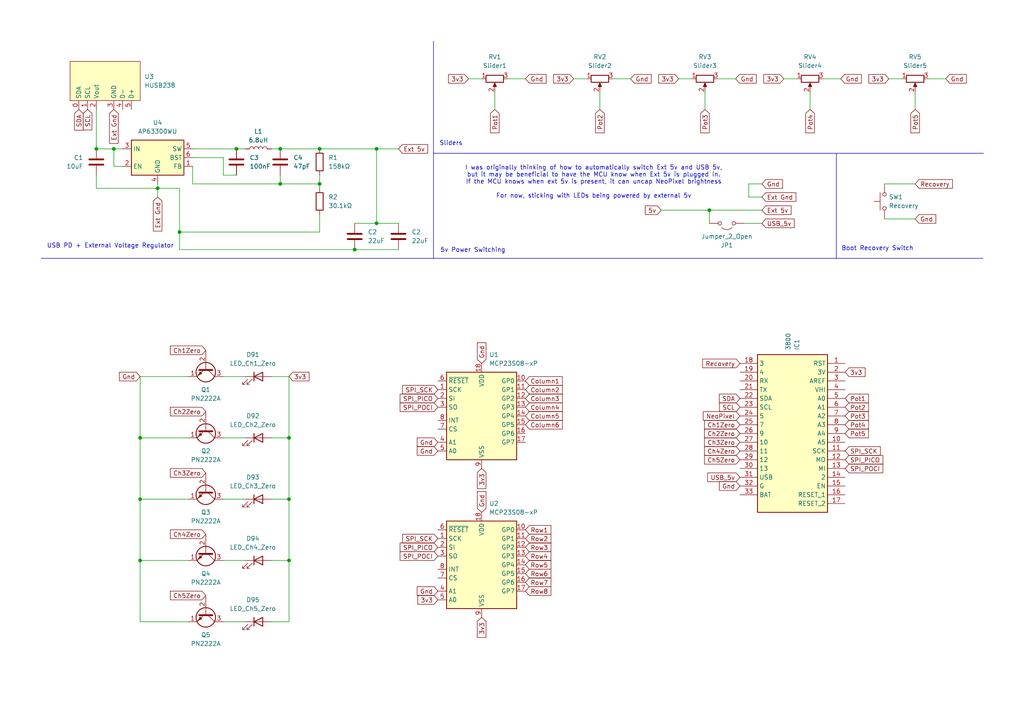
<source format=kicad_sch>
(kicad_sch (version 20231120) (generator "eeschema") (generator_version "8.0")
  (paper "A4")
  (lib_symbols
    (symbol "ControlMixer:AP63300WU"
      (property "Reference" "U" (at -7.62 6.35 0))
      (property "Value" "AP63300WU" (at 2.54 6.35 0))
      (symbol "AP63300WU_0_1"
        (rectangle (start -7.62 5.08) (end 7.62 -5.08) (stroke (width 0.254)) (fill (type background)))
      )
      (symbol "AP63300WU_1_1"
        (pin input line (at 10.16 -2.54 180) (length 2.54) (name "FB") (number "1"))
        (pin input line (at -10.16 -2.54 0) (length 2.54) (name "EN") (number "2"))
        (pin power_in line (at -10.16 2.54 0) (length 2.54) (name "IN") (number "3"))
        (pin power_in line (at 0 -7.62 90) (length 2.54) (name "GND") (number "4"))
        (pin output line (at 10.16 2.54 180) (length 2.54) (name "SW") (number "5"))
        (pin passive line (at 10.16 0 180) (length 2.54) (name "BST") (number "6"))
      )
    )
    (symbol "ControlMixer:Adafruit_HUSB238"
      (property "Reference" "U" (at 0 0 0))
      (property "Value" "HUSB238" (at 0 1.778 0))
      (symbol "Adafruit_HUSB238_0_1"
        (rectangle (start -10.16 -1.27) (end 10.16 -12.7) (fill (type background)))
      )
      (symbol "Adafruit_HUSB238_1_1"
        (pin bidirectional line (at -7.62 -15.24 90) (length 2.54) (name "SDA") (number "0"))
        (pin input line (at -5.08 -15.24 90) (length 2.54) (name "SCL") (number "1"))
        (pin power_out line (at -2.54 -15.24 90) (length 2.54) (name "Vout") (number "2"))
        (pin power_in line (at 2.54 -15.24 90) (length 2.54) (name "GND") (number "3"))
        (pin bidirectional line (at 5.08 -15.24 90) (length 2.54) (name "D-") (number "4"))
        (pin bidirectional line (at 7.62 -15.24 90) (length 2.54) (name "D+") (number "5"))
      )
    )
    (symbol "ControlMixer:MCP23S08-xP"
      (property "Reference" "U" (at -8.89 13.97 0))
      (property "Value" "MCP23S08-xP" (at 8.89 13.97 0))
      (symbol "MCP23S08-xP_0_1"
        (rectangle (start -10.16 12.7) (end 10.16 -12.7) (stroke (width 0.254)) (fill (type background)))
      )
      (symbol "MCP23S08-xP_1_1"
        (pin input line (at -12.7 7.62 0) (length 2.54) (name "SCK") (number "1"))
        (pin bidirectional line (at 12.7 10.16 180) (length 2.54) (name "GP0") (number "10"))
        (pin bidirectional line (at 12.7 7.62 180) (length 2.54) (name "GP1") (number "11"))
        (pin bidirectional line (at 12.7 5.08 180) (length 2.54) (name "GP2") (number "12"))
        (pin bidirectional line (at 12.7 2.54 180) (length 2.54) (name "GP3") (number "13"))
        (pin bidirectional line (at 12.7 0 180) (length 2.54) (name "GP4") (number "14"))
        (pin bidirectional line (at 12.7 -2.54 180) (length 2.54) (name "GP5") (number "15"))
        (pin bidirectional line (at 12.7 -5.08 180) (length 2.54) (name "GP6") (number "16"))
        (pin bidirectional line (at 12.7 -7.62 180) (length 2.54) (name "GP7") (number "17"))
        (pin power_in line (at 0 15.24 270) (length 2.54) (name "VDD") (number "18"))
        (pin input line (at -12.7 5.08 0) (length 2.54) (name "SI") (number "2"))
        (pin output line (at -12.7 2.54 0) (length 2.54) (name "SO") (number "3"))
        (pin input line (at -12.7 -7.62 0) (length 2.54) (name "A1") (number "4"))
        (pin input line (at -12.7 -10.16 0) (length 2.54) (name "A0") (number "5"))
        (pin input line (at -12.7 10.16 0) (length 2.54) (name "~{RESET}") (number "6"))
        (pin input line (at -12.7 -3.81 0) (length 2.54) (name "CS") (number "7"))
        (pin output line (at -12.7 -1.27 0) (length 2.54) (name "INT") (number "8"))
        (pin power_in line (at 0 -15.24 90) (length 2.54) (name "VSS") (number "9"))
      )
    )
    (symbol "Device:C" (pin_numbers hide) (pin_names (offset 0.254))
      (property "Reference" "C" (at 0.635 2.54 0))
      (property "Value" "C" (at 0.635 -2.54 0))
      (symbol "C_0_1"
        (polyline (pts (xy -2.032 -0.762) (xy 2.032 -0.762)) (stroke (width 0.508)))
        (polyline (pts (xy -2.032 0.762) (xy 2.032 0.762)) (stroke (width 0.508)))
      )
      (symbol "C_1_1"
        (pin passive line (at 0 3.81 270) (length 2.794) (name "~") (number "1"))
        (pin passive line (at 0 -3.81 90) (length 2.794) (name "~") (number "2"))
      )
    )
    (symbol "Device:L" (pin_numbers hide) (pin_names (offset 1.016) hide)
      (property "Reference" "L" (at -1.27 0 90))
      (property "Value" "L" (at 1.905 0 90))
      (symbol "L_0_1"
        (arc (start 0 -2.54) (mid 0.6323 -1.905) (end 0 -1.27))
        (arc (start 0 -1.27) (mid 0.6323 -0.635) (end 0 0))
        (arc (start 0 0) (mid 0.6323 0.635) (end 0 1.27))
        (arc (start 0 1.27) (mid 0.6323 1.905) (end 0 2.54))
      )
      (symbol "L_1_1"
        (pin passive line (at 0 3.81 270) (length 1.27) (name "1") (number "1"))
        (pin passive line (at 0 -3.81 90) (length 1.27) (name "2") (number "2"))
      )
    )
    (symbol "Device:LED" (pin_numbers hide) (pin_names (offset 1.016) hide)
      (property "Reference" "D" (at 0 2.54 0))
      (property "Value" "LED" (at 0 -2.54 0))
      (symbol "LED_0_1"
        (polyline (pts (xy -1.27 -1.27) (xy -1.27 1.27)) (stroke (width 0.254)))
        (polyline (pts (xy -1.27 0) (xy 1.27 0)))
        (polyline (pts (xy 1.27 -1.27) (xy 1.27 1.27) (xy -1.27 0) (xy 1.27 -1.27)) (stroke (width 0.254)))
        (polyline (pts (xy -3.048 -0.762) (xy -4.572 -2.286) (xy -3.81 -2.286) (xy -4.572 -2.286) (xy -4.572 -1.524)))
        (polyline (pts (xy -1.778 -0.762) (xy -3.302 -2.286) (xy -2.54 -2.286) (xy -3.302 -2.286) (xy -3.302 -1.524)))
      )
      (symbol "LED_1_1"
        (pin passive line (at -3.81 0 0) (length 2.54) (name "K") (number "1"))
        (pin passive line (at 3.81 0 180) (length 2.54) (name "A") (number "2"))
      )
    )
    (symbol "Device:R" (pin_numbers hide) (pin_names (offset 0))
      (property "Reference" "R" (at 2.032 0 90))
      (property "Value" "R" (at 0 0 90))
      (symbol "R_0_1"
        (rectangle (start -1.016 -2.54) (end 1.016 2.54) (stroke (width 0.254)))
      )
      (symbol "R_1_1"
        (pin passive line (at 0 3.81 270) (length 1.27) (name "~") (number "1"))
        (pin passive line (at 0 -3.81 90) (length 1.27) (name "~") (number "2"))
      )
    )
    (symbol "Device:R_Potentiometer" (pin_names (offset 1.016) hide)
      (property "Reference" "RV" (at -4.445 0 90))
      (property "Value" "R_Potentiometer" (at -2.54 0 90))
      (symbol "R_Potentiometer_0_1"
        (polyline (pts (xy 2.54 0) (xy 1.524 0)))
        (polyline (pts (xy 1.143 0) (xy 2.286 0.508) (xy 2.286 -0.508) (xy 1.143 0)) (fill (type outline)))
        (rectangle (start 1.016 2.54) (end -1.016 -2.54) (stroke (width 0.254)))
      )
      (symbol "R_Potentiometer_1_1"
        (pin passive line (at 0 3.81 270) (length 1.27) (name "1") (number "1"))
        (pin passive line (at 3.81 0 180) (length 1.27) (name "2") (number "2"))
        (pin passive line (at 0 -3.81 90) (length 1.27) (name "3") (number "3"))
      )
    )
    (symbol "Jumper:Jumper_2_Open" (pin_numbers hide) (pin_names (offset 0) hide) (exclude_from_sim yes)
      (property "Reference" "JP" (at 0 2.794 0))
      (property "Value" "Jumper_2_Open" (at 0 -2.286 0))
      (symbol "Jumper_2_Open_0_0"
        (circle (center -2.032 0) (radius 0.508))
        (circle (center 2.032 0) (radius 0.508))
      )
      (symbol "Jumper_2_Open_0_1"
        (arc (start 1.524 1.27) (mid 0 1.778) (end -1.524 1.27))
      )
      (symbol "Jumper_2_Open_1_1"
        (pin passive line (at -5.08 0 0) (length 2.54) (name "A") (number "1"))
        (pin passive line (at 5.08 0 180) (length 2.54) (name "B") (number "2"))
      )
    )
    (symbol "SamacSys_Parts:3800"
      (property "Reference" "IC" (at 26.67 7.62 0))
      (property "Value" "3800" (at 26.67 5.08 0))
      (symbol "3800_1_1"
        (rectangle (start 5.08 2.54) (end 25.4 -43.18) (stroke (width 0.254)) (fill (type background)))
        (pin passive line (at 0 0 0) (length 5.08) (name "RST") (number "1"))
        (pin passive line (at 0 -22.86 0) (length 5.08) (name "A5") (number "10"))
        (pin passive line (at 0 -25.4 0) (length 5.08) (name "SCK") (number "11"))
        (pin passive line (at 0 -27.94 0) (length 5.08) (name "MO") (number "12"))
        (pin passive line (at 0 -30.48 0) (length 5.08) (name "MI") (number "13"))
        (pin passive line (at 0 -33.02 0) (length 5.08) (name "2") (number "14"))
        (pin passive line (at 0 -35.56 0) (length 5.08) (name "EN") (number "15"))
        (pin passive line (at 0 -38.1 0) (length 5.08) (name "RESET_1") (number "16"))
        (pin passive line (at 0 -40.64 0) (length 5.08) (name "RESET_2") (number "17"))
        (pin passive line (at 30.48 0 180) (length 5.08) (name "3") (number "18"))
        (pin passive line (at 30.48 -2.54 180) (length 5.08) (name "4") (number "19"))
        (pin passive line (at 0 -2.54 0) (length 5.08) (name "3V") (number "2"))
        (pin passive line (at 30.48 -5.08 180) (length 5.08) (name "RX") (number "20"))
        (pin passive line (at 30.48 -7.62 180) (length 5.08) (name "TX") (number "21"))
        (pin passive line (at 30.48 -10.16 180) (length 5.08) (name "SDA") (number "22"))
        (pin passive line (at 30.48 -12.7 180) (length 5.08) (name "SCL") (number "23"))
        (pin passive line (at 30.48 -15.24 180) (length 5.08) (name "5") (number "24"))
        (pin passive line (at 30.48 -17.78 180) (length 5.08) (name "7") (number "25"))
        (pin passive line (at 30.48 -20.32 180) (length 5.08) (name "9") (number "26"))
        (pin passive line (at 30.48 -22.86 180) (length 5.08) (name "10") (number "27"))
        (pin passive line (at 30.48 -25.4 180) (length 5.08) (name "11") (number "28"))
        (pin passive line (at 30.48 -27.94 180) (length 5.08) (name "12") (number "29"))
        (pin passive line (at 0 -5.08 0) (length 5.08) (name "AREF") (number "3"))
        (pin passive line (at 30.48 -30.48 180) (length 5.08) (name "13") (number "30"))
        (pin passive line (at 30.48 -33.02 180) (length 5.08) (name "USB") (number "31"))
        (pin passive line (at 30.48 -35.56 180) (length 5.08) (name "G") (number "32"))
        (pin passive line (at 30.48 -38.1 180) (length 5.08) (name "BAT") (number "33"))
        (pin passive line (at 0 -7.62 0) (length 5.08) (name "VHI") (number "4"))
        (pin passive line (at 0 -10.16 0) (length 5.08) (name "A0") (number "5"))
        (pin passive line (at 0 -12.7 0) (length 5.08) (name "A1") (number "6"))
        (pin passive line (at 0 -15.24 0) (length 5.08) (name "A2") (number "7"))
        (pin passive line (at 0 -17.78 0) (length 5.08) (name "A3") (number "8"))
        (pin passive line (at 0 -20.32 0) (length 5.08) (name "A4") (number "9"))
      )
    )
    (symbol "Switch:SW_Push" (pin_numbers hide) (pin_names (offset 1.016) hide)
      (property "Reference" "SW" (at 1.27 2.54 0))
      (property "Value" "SW_Push" (at 0 -1.524 0))
      (symbol "SW_Push_0_1"
        (circle (center -2.032 0) (radius 0.508))
        (polyline (pts (xy 0 1.27) (xy 0 3.048)))
        (polyline (pts (xy 2.54 1.27) (xy -2.54 1.27)))
        (circle (center 2.032 0) (radius 0.508))
        (pin passive line (at -5.08 0 0) (length 2.54) (name "1") (number "1"))
        (pin passive line (at 5.08 0 180) (length 2.54) (name "2") (number "2"))
      )
    )
    (symbol "Transistor_BJT:PN2222A" (pin_names (offset 0) hide)
      (property "Reference" "Q" (at 5.08 1.905 0))
      (property "Value" "PN2222A" (at 5.08 0 0))
      (symbol "PN2222A_0_1"
        (polyline (pts (xy 0 0) (xy 0.635 0)))
        (polyline (pts (xy 2.54 -2.54) (xy 0.635 -0.635)))
        (polyline (pts (xy 2.54 2.54) (xy 0.635 0.635)))
        (polyline (pts (xy 0.635 1.905) (xy 0.635 -1.905) (xy 0.635 -1.905)) (stroke (width 0.508)))
        (polyline (pts (xy 2.413 -2.413) (xy 1.905 -1.905) (xy 1.905 -1.905)))
        (polyline (pts (xy 1.143 -1.651) (xy 1.651 -1.143) (xy 2.159 -2.159) (xy 1.143 -1.651) (xy 1.143 -1.651)) (fill (type outline)))
        (circle (center 1.27 0) (radius 2.8194) (stroke (width 0.254)))
      )
      (symbol "PN2222A_1_1"
        (pin passive line (at 2.54 -5.08 90) (length 2.54) (name "E") (number "1"))
        (pin input line (at -5.08 0 0) (length 5.08) (name "B") (number "2"))
        (pin passive line (at 2.54 5.08 270) (length 2.54) (name "C") (number "3"))
      )
    )
  )
  (junction (at 109.22 43.18))
  (junction (at 109.22 64.77))
  (junction (at 33.02 43.18))
  (junction (at 81.28 53.34))
  (junction (at 68.58 43.18))
  (junction (at 83.82 162.56))
  (junction (at 102.87 72.39))
  (junction (at 92.71 43.18))
  (junction (at 83.82 144.78))
  (junction (at 40.64 144.78))
  (junction (at 83.82 127))
  (junction (at 52.07 67.31))
  (junction (at 27.94 43.18))
  (junction (at 45.72 54.61))
  (junction (at 40.64 127))
  (junction (at 205.74 60.96))
  (junction (at 81.28 43.18))
  (junction (at 40.64 162.56))
  (junction (at 92.71 53.34))
  (wire (pts (xy 135.89 22.86) (xy 139.7 22.86)))
  (wire (pts (xy 78.74 43.18) (xy 81.28 43.18)))
  (wire (pts (xy 35.56 48.26) (xy 33.02 48.26)))
  (wire (pts (xy 265.43 53.34) (xy 256.54 53.34)))
  (wire (pts (xy 52.07 54.61) (xy 45.72 54.61)))
  (wire (pts (xy 234.95 26.67) (xy 234.95 31.75)))
  (wire (pts (xy 40.64 144.78) (xy 40.64 162.56)))
  (wire (pts (xy 205.74 60.96) (xy 205.74 64.77)))
  (wire (pts (xy 83.82 162.56) (xy 83.82 180.34)))
  (polyline (pts (xy 12.0195 74.8846) (xy 12.0195 74.93)))
  (wire (pts (xy 217.17 57.15) (xy 220.98 57.15)))
  (wire (pts (xy 147.32 22.86) (xy 152.4 22.86)))
  (wire (pts (xy 40.64 162.56) (xy 54.61 162.56)))
  (wire (pts (xy 52.07 67.31) (xy 52.07 54.61)))
  (wire (pts (xy 81.28 53.34) (xy 92.71 53.34)))
  (wire (pts (xy 78.74 109.22) (xy 83.82 109.22)))
  (wire (pts (xy 40.64 127) (xy 54.61 127)))
  (polyline (pts (xy 285.2678 44.45) (xy 125.73 44.45)))
  (wire (pts (xy 92.71 43.18) (xy 109.22 43.18)))
  (wire (pts (xy 52.07 72.39) (xy 52.07 67.31)))
  (wire (pts (xy 83.82 180.34) (xy 78.74 180.34)))
  (wire (pts (xy 191.77 60.96) (xy 205.74 60.96)))
  (wire (pts (xy 109.22 43.18) (xy 109.22 64.77)))
  (wire (pts (xy 83.82 127) (xy 83.82 144.78)))
  (wire (pts (xy 40.64 109.22) (xy 40.64 127)))
  (wire (pts (xy 27.94 31.75) (xy 27.94 43.18)))
  (wire (pts (xy 40.64 180.34) (xy 54.61 180.34)))
  (wire (pts (xy 55.88 43.18) (xy 68.58 43.18)))
  (wire (pts (xy 238.76 22.86) (xy 243.84 22.86)))
  (wire (pts (xy 64.77 144.78) (xy 71.12 144.78)))
  (wire (pts (xy 81.28 43.18) (xy 92.71 43.18)))
  (polyline (pts (xy 242.57 74.93) (xy 285.0695 74.93)))
  (wire (pts (xy 205.74 60.96) (xy 220.98 60.96)))
  (wire (pts (xy 269.24 22.86) (xy 274.32 22.86)))
  (polyline (pts (xy 125.73 74.93) (xy 12.0195 74.93)))
  (wire (pts (xy 64.77 50.8) (xy 68.58 50.8)))
  (wire (pts (xy 40.64 144.78) (xy 54.61 144.78)))
  (wire (pts (xy 102.87 72.39) (xy 52.07 72.39)))
  (wire (pts (xy 92.71 62.23) (xy 92.71 67.31)))
  (wire (pts (xy 173.99 26.67) (xy 173.99 31.75)))
  (wire (pts (xy 208.28 22.86) (xy 213.36 22.86)))
  (wire (pts (xy 166.37 22.86) (xy 170.18 22.86)))
  (wire (pts (xy 83.82 144.78) (xy 83.82 162.56)))
  (wire (pts (xy 27.94 50.8) (xy 27.94 54.61)))
  (wire (pts (xy 64.77 162.56) (xy 71.12 162.56)))
  (wire (pts (xy 143.51 26.67) (xy 143.51 31.75)))
  (wire (pts (xy 92.71 53.34) (xy 92.71 54.61)))
  (wire (pts (xy 55.88 53.34) (xy 81.28 53.34)))
  (wire (pts (xy 83.82 109.22) (xy 83.82 127)))
  (wire (pts (xy 217.17 53.34) (xy 217.17 57.15)))
  (wire (pts (xy 265.43 26.67) (xy 265.43 31.75)))
  (wire (pts (xy 45.72 54.61) (xy 45.72 53.34)))
  (wire (pts (xy 55.88 48.26) (xy 55.88 53.34)))
  (wire (pts (xy 64.77 109.22) (xy 71.12 109.22)))
  (polyline (pts (xy 125.73 74.93) (xy 242.57 74.93)))
  (wire (pts (xy 64.77 45.72) (xy 64.77 50.8)))
  (wire (pts (xy 177.8 22.86) (xy 182.88 22.86)))
  (wire (pts (xy 33.02 43.18) (xy 35.56 43.18)))
  (wire (pts (xy 71.12 43.18) (xy 68.58 43.18)))
  (wire (pts (xy 64.77 127) (xy 71.12 127)))
  (wire (pts (xy 227.33 22.86) (xy 231.14 22.86)))
  (wire (pts (xy 220.98 53.34) (xy 217.17 53.34)))
  (wire (pts (xy 33.02 48.26) (xy 33.02 43.18)))
  (wire (pts (xy 92.71 50.8) (xy 92.71 53.34)))
  (wire (pts (xy 78.74 127) (xy 83.82 127)))
  (wire (pts (xy 27.94 54.61) (xy 45.72 54.61)))
  (wire (pts (xy 27.94 43.18) (xy 33.02 43.18)))
  (wire (pts (xy 78.74 162.56) (xy 83.82 162.56)))
  (wire (pts (xy 81.28 50.8) (xy 81.28 53.34)))
  (wire (pts (xy 102.87 72.39) (xy 115.57 72.39)))
  (wire (pts (xy 196.85 22.86) (xy 200.66 22.86)))
  (polyline (pts (xy 125.73 11.9737) (xy 125.73 44.45)))
  (wire (pts (xy 40.64 109.22) (xy 54.61 109.22)))
  (polyline (pts (xy 242.57 44.45) (xy 242.57 74.93)))
  (wire (pts (xy 257.81 22.86) (xy 261.62 22.86)))
  (wire (pts (xy 256.54 63.5) (xy 265.43 63.5)))
  (wire (pts (xy 109.22 43.18) (xy 115.57 43.18)))
  (polyline (pts (xy 125.73 44.45) (xy 125.73 74.93)))
  (wire (pts (xy 92.71 67.31) (xy 52.07 67.31)))
  (wire (pts (xy 109.22 64.77) (xy 115.57 64.77)))
  (wire (pts (xy 204.47 26.67) (xy 204.47 31.75)))
  (wire (pts (xy 40.64 162.56) (xy 40.64 180.34)))
  (wire (pts (xy 55.88 45.72) (xy 64.77 45.72)))
  (wire (pts (xy 78.74 144.78) (xy 83.82 144.78)))
  (wire (pts (xy 40.64 127) (xy 40.64 144.78)))
  (wire (pts (xy 215.9 64.77) (xy 220.98 64.77)))
  (wire (pts (xy 45.72 57.15) (xy 45.72 54.61)))
  (wire (pts (xy 102.87 64.77) (xy 109.22 64.77)))
  (wire (pts (xy 64.77 180.34) (xy 71.12 180.34)))
  (text "Sliders" (at 130.81 41.656 0) (effects (font (size 1.27 1.27))))
  (text "Boot Recovery Switch" (at 254.508 72.136 0) (effects (font (size 1.27 1.27))))
  (text "I was originally thinking of how to automatically switch Ext 5v and USB 5v,\nbut it may be beneficial to have the MCU know when Ext 5v is plugged in.\nIf the MCU knows when ext 5v is present, it can uncap NeoPixel brightness\n\nFor now, sticking with LEDs being powered by external 5v" (at 172.212 52.832 0) (effects (font (size 1.27 1.27))))
  (text "5v Power Switching" (at 137.16 72.644 0) (effects (font (size 1.27 1.27))))
  (text "USB PD + External Voltage Regulator" (at 32.004 71.374 0) (effects (font (size 1.27 1.27))))
  (global_label "Gnd" (shape input) (at 243.84 22.86 0) (property "Intersheetrefs" "${INTERSHEET_REFS}" (effects (hide yes))))
  (global_label "SPI_POCI" (shape input) (at 127 118.11 180) (property "Intersheetrefs" "${INTERSHEET_REFS}" (effects (hide yes))))
  (global_label "Row5" (shape input) (at 152.4 163.83 0) (property "Intersheetrefs" "${INTERSHEET_REFS}" (effects (hide yes))))
  (global_label "Pot5" (shape input) (at 265.43 31.75 270) (property "Intersheetrefs" "${INTERSHEET_REFS}" (effects (hide yes))))
  (global_label "Column3" (shape input) (at 152.4 115.57 0) (property "Intersheetrefs" "${INTERSHEET_REFS}" (effects (hide yes))))
  (global_label "Ch2Zero" (shape input) (at 214.63 125.73 180) (property "Intersheetrefs" "${INTERSHEET_REFS}" (effects (hide yes))))
  (global_label "Pot3" (shape input) (at 245.11 120.65 0) (property "Intersheetrefs" "${INTERSHEET_REFS}" (effects (hide yes))))
  (global_label "SPI_SCK" (shape input) (at 127 113.03 180) (property "Intersheetrefs" "${INTERSHEET_REFS}" (effects (hide yes))))
  (global_label "Ext Gnd" (shape input) (at 45.72 57.15 270) (property "Intersheetrefs" "${INTERSHEET_REFS}" (effects (hide yes))))
  (global_label "Pot4" (shape input) (at 245.11 123.19 0) (property "Intersheetrefs" "${INTERSHEET_REFS}" (effects (hide yes))))
  (global_label "5v" (shape input) (at 191.77 60.96 180) (property "Intersheetrefs" "${INTERSHEET_REFS}" (effects (hide yes))))
  (global_label "NeoPixel" (shape input) (at 214.63 120.65 180) (property "Intersheetrefs" "${INTERSHEET_REFS}" (effects (hide yes))))
  (global_label "Ext Gnd" (shape input) (at 33.02 31.75 270) (property "Intersheetrefs" "${INTERSHEET_REFS}" (effects (hide yes))))
  (global_label "Ch2Zero" (shape input) (at 59.69 119.38 180) (property "Intersheetrefs" "${INTERSHEET_REFS}" (effects (hide yes))))
  (global_label "Gnd" (shape input) (at 127 130.81 180) (property "Intersheetrefs" "${INTERSHEET_REFS}" (effects (hide yes))))
  (global_label "SCL" (shape input) (at 214.63 118.11 180) (property "Intersheetrefs" "${INTERSHEET_REFS}" (effects (hide yes))))
  (global_label "Gnd" (shape input) (at 265.43 63.5 0) (property "Intersheetrefs" "${INTERSHEET_REFS}" (effects (hide yes))))
  (global_label "SPI_PICO" (shape input) (at 127 115.57 180) (property "Intersheetrefs" "${INTERSHEET_REFS}" (effects (hide yes))))
  (global_label "Row2" (shape input) (at 152.4 156.21 0) (property "Intersheetrefs" "${INTERSHEET_REFS}" (effects (hide yes))))
  (global_label "Pot3" (shape input) (at 204.47 31.75 270) (property "Intersheetrefs" "${INTERSHEET_REFS}" (effects (hide yes))))
  (global_label "3v3" (shape input) (at 227.33 22.86 180) (property "Intersheetrefs" "${INTERSHEET_REFS}" (effects (hide yes))))
  (global_label "Column4" (shape input) (at 152.4 118.11 0) (property "Intersheetrefs" "${INTERSHEET_REFS}" (effects (hide yes))))
  (global_label "Pot2" (shape input) (at 245.11 118.11 0) (property "Intersheetrefs" "${INTERSHEET_REFS}" (effects (hide yes))))
  (global_label "Gnd" (shape input) (at 139.7 105.41 90) (property "Intersheetrefs" "${INTERSHEET_REFS}" (effects (hide yes))))
  (global_label "Row8" (shape input) (at 152.4 171.45 0) (property "Intersheetrefs" "${INTERSHEET_REFS}" (effects (hide yes))))
  (global_label "Gnd" (shape input) (at 152.4 22.86 0) (property "Intersheetrefs" "${INTERSHEET_REFS}" (effects (hide yes))))
  (global_label "Column2" (shape input) (at 152.4 113.03 0) (property "Intersheetrefs" "${INTERSHEET_REFS}" (effects (hide yes))))
  (global_label "USB_5v" (shape input) (at 214.63 138.43 180) (property "Intersheetrefs" "${INTERSHEET_REFS}" (effects (hide yes))))
  (global_label "Gnd" (shape input) (at 40.64 109.22 180) (property "Intersheetrefs" "${INTERSHEET_REFS}" (effects (hide yes))))
  (global_label "Pot1" (shape input) (at 245.11 115.57 0) (property "Intersheetrefs" "${INTERSHEET_REFS}" (effects (hide yes))))
  (global_label "SPI_POCI" (shape input) (at 127 161.29 180) (property "Intersheetrefs" "${INTERSHEET_REFS}" (effects (hide yes))))
  (global_label "SCL" (shape input) (at 25.4 31.75 270) (property "Intersheetrefs" "${INTERSHEET_REFS}" (effects (hide yes))))
  (global_label "Row7" (shape input) (at 152.4 168.91 0) (property "Intersheetrefs" "${INTERSHEET_REFS}" (effects (hide yes))))
  (global_label "Pot5" (shape input) (at 245.11 125.73 0) (property "Intersheetrefs" "${INTERSHEET_REFS}" (effects (hide yes))))
  (global_label "Column1" (shape input) (at 152.4 110.49 0) (property "Intersheetrefs" "${INTERSHEET_REFS}" (effects (hide yes))))
  (global_label "Gnd" (shape input) (at 274.32 22.86 0) (property "Intersheetrefs" "${INTERSHEET_REFS}" (effects (hide yes))))
  (global_label "Ch1Zero" (shape input) (at 214.63 123.19 180) (property "Intersheetrefs" "${INTERSHEET_REFS}" (effects (hide yes))))
  (global_label "Gnd" (shape input) (at 220.98 53.34 0) (property "Intersheetrefs" "${INTERSHEET_REFS}" (effects (hide yes))))
  (global_label "SPI_SCK" (shape input) (at 127 156.21 180) (property "Intersheetrefs" "${INTERSHEET_REFS}" (effects (hide yes))))
  (global_label "Gnd" (shape input) (at 182.88 22.86 0) (property "Intersheetrefs" "${INTERSHEET_REFS}" (effects (hide yes))))
  (global_label "Ch3Zero" (shape input) (at 214.63 128.27 180) (property "Intersheetrefs" "${INTERSHEET_REFS}" (effects (hide yes))))
  (global_label "3v3" (shape input) (at 139.7 135.89 270) (property "Intersheetrefs" "${INTERSHEET_REFS}" (effects (hide yes))))
  (global_label "3v3" (shape input) (at 245.11 107.95 0) (property "Intersheetrefs" "${INTERSHEET_REFS}" (effects (hide yes))))
  (global_label "Ch4Zero" (shape input) (at 214.63 130.81 180) (property "Intersheetrefs" "${INTERSHEET_REFS}" (effects (hide yes))))
  (global_label "3v3" (shape input) (at 166.37 22.86 180) (property "Intersheetrefs" "${INTERSHEET_REFS}" (effects (hide yes))))
  (global_label "Recovery" (shape input) (at 214.63 105.41 180) (property "Intersheetrefs" "${INTERSHEET_REFS}" (effects (hide yes))))
  (global_label "Row1" (shape input) (at 152.4 153.67 0) (property "Intersheetrefs" "${INTERSHEET_REFS}" (effects (hide yes))))
  (global_label "Recovery" (shape input) (at 265.43 53.34 0) (property "Intersheetrefs" "${INTERSHEET_REFS}" (effects (hide yes))))
  (global_label "3v3" (shape input) (at 196.85 22.86 180) (property "Intersheetrefs" "${INTERSHEET_REFS}" (effects (hide yes))))
  (global_label "3v3" (shape input) (at 139.7 179.07 270) (property "Intersheetrefs" "${INTERSHEET_REFS}" (effects (hide yes))))
  (global_label "SDA" (shape input) (at 22.86 31.75 270) (property "Intersheetrefs" "${INTERSHEET_REFS}" (effects (hide yes))))
  (global_label "USB_5v" (shape input) (at 220.98 64.77 0) (property "Intersheetrefs" "${INTERSHEET_REFS}" (effects (hide yes))))
  (global_label "Column6" (shape input) (at 152.4 123.19 0) (property "Intersheetrefs" "${INTERSHEET_REFS}" (effects (hide yes))))
  (global_label "Ch4Zero" (shape input) (at 59.69 154.94 180) (property "Intersheetrefs" "${INTERSHEET_REFS}" (effects (hide yes))))
  (global_label "Gnd" (shape input) (at 139.7 148.59 90) (property "Intersheetrefs" "${INTERSHEET_REFS}" (effects (hide yes))))
  (global_label "Pot1" (shape input) (at 143.51 31.75 270) (property "Intersheetrefs" "${INTERSHEET_REFS}" (effects (hide yes))))
  (global_label "3v3" (shape input) (at 257.81 22.86 180) (property "Intersheetrefs" "${INTERSHEET_REFS}" (effects (hide yes))))
  (global_label "Gnd" (shape input) (at 213.36 22.86 0) (property "Intersheetrefs" "${INTERSHEET_REFS}" (effects (hide yes))))
  (global_label "SPI_POCI" (shape input) (at 245.11 135.89 0) (property "Intersheetrefs" "${INTERSHEET_REFS}" (effects (hide yes))))
  (global_label "Pot4" (shape input) (at 234.95 31.75 270) (property "Intersheetrefs" "${INTERSHEET_REFS}" (effects (hide yes))))
  (global_label "Gnd" (shape input) (at 127 128.27 180) (property "Intersheetrefs" "${INTERSHEET_REFS}" (effects (hide yes))))
  (global_label "Gnd" (shape input) (at 127 171.45 180) (property "Intersheetrefs" "${INTERSHEET_REFS}" (effects (hide yes))))
  (global_label "3v3" (shape input) (at 83.82 109.22 0) (property "Intersheetrefs" "${INTERSHEET_REFS}" (effects (hide yes))))
  (global_label "3v3" (shape input) (at 127 173.99 180) (property "Intersheetrefs" "${INTERSHEET_REFS}" (effects (hide yes))))
  (global_label "Row4" (shape input) (at 152.4 161.29 0) (property "Intersheetrefs" "${INTERSHEET_REFS}" (effects (hide yes))))
  (global_label "Row3" (shape input) (at 152.4 158.75 0) (property "Intersheetrefs" "${INTERSHEET_REFS}" (effects (hide yes))))
  (global_label "3v3" (shape input) (at 135.89 22.86 180) (property "Intersheetrefs" "${INTERSHEET_REFS}" (effects (hide yes))))
  (global_label "Gnd" (shape input) (at 214.63 140.97 180) (property "Intersheetrefs" "${INTERSHEET_REFS}" (effects (hide yes))))
  (global_label "Ext Gnd" (shape input) (at 220.98 57.15 0) (property "Intersheetrefs" "${INTERSHEET_REFS}" (effects (hide yes))))
  (global_label "SPI_PICO" (shape input) (at 127 158.75 180) (property "Intersheetrefs" "${INTERSHEET_REFS}" (effects (hide yes))))
  (global_label "Ch1Zero" (shape input) (at 59.69 101.6 180) (property "Intersheetrefs" "${INTERSHEET_REFS}" (effects (hide yes))))
  (global_label "Ch5Zero" (shape input) (at 59.69 172.72 180) (property "Intersheetrefs" "${INTERSHEET_REFS}" (effects (hide yes))))
  (global_label "Ch5Zero" (shape input) (at 214.63 133.35 180) (property "Intersheetrefs" "${INTERSHEET_REFS}" (effects (hide yes))))
  (global_label "SPI_SCK" (shape input) (at 245.11 130.81 0) (property "Intersheetrefs" "${INTERSHEET_REFS}" (effects (hide yes))))
  (global_label "Ext 5v" (shape input) (at 220.98 60.96 0) (property "Intersheetrefs" "${INTERSHEET_REFS}" (effects (hide yes))))
  (global_label "SDA" (shape input) (at 214.63 115.57 180) (property "Intersheetrefs" "${INTERSHEET_REFS}" (effects (hide yes))))
  (global_label "Ext 5v" (shape input) (at 115.57 43.18 0) (property "Intersheetrefs" "${INTERSHEET_REFS}" (effects (hide yes))))
  (global_label "Column5" (shape input) (at 152.4 120.65 0) (property "Intersheetrefs" "${INTERSHEET_REFS}" (effects (hide yes))))
  (global_label "Pot2" (shape input) (at 173.99 31.75 270) (property "Intersheetrefs" "${INTERSHEET_REFS}" (effects (hide yes))))
  (global_label "Ch3Zero" (shape input) (at 59.69 137.16 180) (property "Intersheetrefs" "${INTERSHEET_REFS}" (effects (hide yes))))
  (global_label "SPI_PICO" (shape input) (at 245.11 133.35 0) (property "Intersheetrefs" "${INTERSHEET_REFS}" (effects (hide yes))))
  (global_label "Row6" (shape input) (at 152.4 166.37 0) (property "Intersheetrefs" "${INTERSHEET_REFS}" (effects (hide yes))))
  (symbol (lib_id "Device:L") (at 74.93 43.18 90) (unit 1)
    (property "Reference" "L1" (at 74.93 38.1 90))
    (property "Value" "6.8uH" (at 74.93 40.64 90))
    (property "Datasheet" "https://www.bourns.com/docs/Product-Datasheets/SRN6045TA.pdf" (effects (hide yes)))
    (property "Description" "Inductor" (effects (hide yes)))
    (property "Manufacturer_Part_Number" "SRN6045TA-6R8M" (effects (hide yes)))
  )
  (symbol (lib_id "Transistor_BJT:PN2222A") (at 59.69 177.8 270) (unit 1)
    (property "Reference" "Q5" (at 59.69 184.15 90))
    (property "Value" "PN2222A" (at 59.69 186.69 90))
    (property "Footprint" "Package_TO_SOT_THT:TO-92_Inline" (effects (hide yes)))
    (property "Datasheet" "https://www.onsemi.com/pub/Collateral/PN2222-D.PDF" (effects (hide yes)))
    (property "Description" "1A Ic, 40V Vce, NPN Transistor, General Purpose Transistor, TO-92" (effects (hide yes)))
  )
  (symbol (lib_id "Device:LED") (at 74.93 109.22 0) (unit 1)
    (property "Reference" "D91" (at 73.3425 102.87 0))
    (property "Value" "LED_Ch1_Zero" (at 73.3425 105.41 0))
    (property "Description" "Light emitting diode" (effects (hide yes)))
  )
  (symbol (lib_id "ControlMixer:MCP23S08-xP") (at 139.7 163.83 0) (unit 1)
    (property "Reference" "U2" (at 141.8941 146.05 0) (effects (justify left)))
    (property "Value" "MCP23S08-xP" (at 141.8941 148.59 0) (effects (justify left)))
    (property "Footprint" "Package_DIP:DIP-18_W7.62mm" (effects (hide yes)))
    (property "Datasheet" "http://ww1.microchip.com/downloads/en/DeviceDoc/MCP23008-MCP23S08-Data-Sheet-20001919F.pdf" (effects (hide yes)))
    (property "Description" "8-bit I/O expander, SPI, interrupts, PDIP-18" (effects (hide yes)))
  )
  (symbol (lib_id "Transistor_BJT:PN2222A") (at 59.69 160.02 270) (unit 1)
    (property "Reference" "Q4" (at 59.69 166.37 90))
    (property "Value" "PN2222A" (at 59.69 168.91 90))
    (property "Footprint" "Package_TO_SOT_THT:TO-92_Inline" (effects (hide yes)))
    (property "Datasheet" "https://www.onsemi.com/pub/Collateral/PN2222-D.PDF" (effects (hide yes)))
    (property "Description" "1A Ic, 40V Vce, NPN Transistor, General Purpose Transistor, TO-92" (effects (hide yes)))
  )
  (symbol (lib_id "Device:C") (at 81.28 46.99 0) (unit 1)
    (property "Reference" "C4" (at 85.09 45.7199 0) (effects (justify left)))
    (property "Value" "47pF" (at 85.09 48.2599 0) (effects (justify left)))
    (property "Footprint" "Capacitor_SMD:C_0805_2012Metric" (effects (hide yes)))
    (property "Description" "Unpolarized capacitor" (effects (hide yes)))
    (property "Manufacturer_Part_Number" "CL21C470JC61PNC" (effects (hide yes)))
  )
  (symbol (lib_id "Device:LED") (at 74.93 127 0) (unit 1)
    (property "Reference" "D92" (at 73.3425 120.65 0))
    (property "Value" "LED_Ch2_Zero" (at 73.3425 123.19 0))
    (property "Description" "Light emitting diode" (effects (hide yes)))
  )
  (symbol (lib_id "Device:C") (at 27.94 46.99 0) (mirror y) (unit 1)
    (property "Reference" "C1" (at 24.13 45.7199 0) (effects (justify left)))
    (property "Value" "10uF" (at 24.13 48.2599 0) (effects (justify left)))
    (property "Footprint" "Capacitor_SMD:C_0805_2012Metric" (effects (hide yes)))
    (property "Datasheet" "https://mm.digikey.com/Volume0/opasdata/d220001/medias/docus/5545/CL21A106KAYNNNE%20Spec.pdf" (effects (hide yes)))
    (property "Description" "Unpolarized capacitor" (effects (hide yes)))
    (property "Manufacturer_Part_Number" "CL21A106KAYNNNE" (effects (hide yes)))
  )
  (symbol (lib_id "Device:LED") (at 74.93 144.78 0) (unit 1)
    (property "Reference" "D93" (at 73.3425 138.43 0))
    (property "Value" "LED_Ch3_Zero" (at 73.3425 140.97 0))
    (property "Description" "Light emitting diode" (effects (hide yes)))
  )
  (symbol (lib_id "Device:R_Potentiometer") (at 265.43 22.86 90) (mirror x) (unit 1)
    (property "Reference" "RV5" (at 265.43 16.51 90))
    (property "Value" "Slider5" (at 265.43 19.05 90))
    (property "Description" "Potentiometer" (effects (hide yes)))
  )
  (symbol (lib_id "ControlMixer:Adafruit_HUSB238") (at 30.48 16.51 0) (unit 1)
    (property "Reference" "U3" (at 41.91 22.2249 0) (effects (justify left)))
    (property "Value" "HUSB238" (at 41.91 24.7649 0) (effects (justify left)))
  )
  (symbol (lib_id "Device:LED") (at 74.93 180.34 0) (unit 1)
    (property "Reference" "D95" (at 73.3425 173.99 0))
    (property "Value" "LED_Ch5_Zero" (at 73.3425 176.53 0))
    (property "Description" "Light emitting diode" (effects (hide yes)))
  )
  (symbol (lib_id "Device:R") (at 92.71 46.99 0) (unit 1)
    (property "Reference" "R1" (at 95.25 45.7199 0) (effects (justify left)))
    (property "Value" "158kΩ" (at 95.25 48.2599 0) (effects (justify left)))
    (property "Footprint" "Resistor_SMD:R_0805_2012Metric" (effects (hide yes)))
    (property "Description" "Resistor" (effects (hide yes)))
    (property "Manufacturer_Part_Number" "ERJ-PB6D1583V" (effects (hide yes)))
  )
  (symbol (lib_id "Transistor_BJT:PN2222A") (at 59.69 142.24 270) (unit 1)
    (property "Reference" "Q3" (at 59.69 148.59 90))
    (property "Value" "PN2222A" (at 59.69 151.13 90))
    (property "Footprint" "Package_TO_SOT_THT:TO-92_Inline" (effects (hide yes)))
    (property "Datasheet" "https://www.onsemi.com/pub/Collateral/PN2222-D.PDF" (effects (hide yes)))
    (property "Description" "1A Ic, 40V Vce, NPN Transistor, General Purpose Transistor, TO-92" (effects (hide yes)))
  )
  (symbol (lib_id "SamacSys_Parts:3800") (at 245.11 105.41 0) (mirror y) (unit 1)
    (property "Reference" "IC1" (at 231.1401 101.6 90) (effects (justify left)))
    (property "Value" "3800" (at 228.6001 101.6 90) (effects (justify left)))
    (property "Footprint" "3800" (effects (hide yes)))
    (property "Datasheet" "https://cdn-learn.adafruit.com/downloads/pdf/introducing-adafruit-itsybitsy-m4.pdf" (effects (hide yes)))
    (property "Description" "Development Boards & Kits - ARM Adafruit ItsyBitsy M4 Express featuring ATSAMD51" (effects (hide yes)))
    (property "Height" "4.2" (effects (hide yes)))
    (property "Manufacturer_Name" "Adafruit" (effects (hide yes)))
    (property "Manufacturer_Part_Number" "3800" (effects (hide yes)))
    (property "Mouser Part Number" "485-3800" (effects (hide yes)))
    (property "Mouser Price/Stock" "https://www.mouser.co.uk/ProductDetail/Adafruit/3800?qs=%252BEew9%252B0nqrDEEFcTIFoyAg%3D%3D" (effects (hide yes)))
    (property "Arrow Part Number" "3800" (effects (hide yes)))
    (property "Arrow Price/Stock" "https://www.arrow.com/en/products/3800/adafruit-industries" (effects (hide yes)))
  )
  (symbol (lib_id "Device:R") (at 92.71 58.42 0) (unit 1)
    (property "Reference" "R2" (at 95.25 57.1499 0) (effects (justify left)))
    (property "Value" "30.1kΩ" (at 95.25 59.6899 0) (effects (justify left)))
    (property "Footprint" "Resistor_SMD:R_0805_2012Metric" (effects (hide yes)))
    (property "Description" "Resistor" (effects (hide yes)))
    (property "Manufacturer_Part_Number" "RC0805FR-0730K1L" (effects (hide yes)))
  )
  (symbol (lib_id "Switch:SW_Push") (at 256.54 58.42 90) (unit 1)
    (property "Reference" "SW1" (at 257.81 57.1499 90) (effects (justify right)))
    (property "Value" "Recovery" (at 257.81 59.6899 90) (effects (justify right)))
    (property "Description" "Push button switch, generic, two pins" (effects (hide yes)))
  )
  (symbol (lib_id "ControlMixer:MCP23S08-xP") (at 139.7 120.65 0) (unit 1)
    (property "Reference" "U1" (at 141.8941 102.87 0) (effects (justify left)))
    (property "Value" "MCP23S08-xP" (at 141.8941 105.41 0) (effects (justify left)))
    (property "Footprint" "Package_DIP:DIP-18_W7.62mm" (effects (hide yes)))
    (property "Datasheet" "http://ww1.microchip.com/downloads/en/DeviceDoc/MCP23008-MCP23S08-Data-Sheet-20001919F.pdf" (effects (hide yes)))
    (property "Description" "8-bit I/O expander, SPI, interrupts, PDIP-18" (effects (hide yes)))
  )
  (symbol (lib_id "Device:C") (at 115.57 68.58 0) (unit 1)
    (property "Reference" "C2" (at 119.38 67.3099 0) (effects (justify left)))
    (property "Value" "22uF" (at 119.38 69.8499 0) (effects (justify left)))
    (property "Footprint" "Capacitor_SMD:C_0805_2012Metric" (effects (hide yes)))
    (property "Description" "Unpolarized capacitor" (effects (hide yes)))
    (property "Manufacturer_Part_Number" "CL21A226MPQNNNE" (effects (hide yes)))
  )
  (symbol (lib_id "ControlMixer:AP63300WU") (at 45.72 45.72 0) (unit 1)
    (property "Reference" "U4" (at 45.72 35.56 0))
    (property "Value" "AP63300WU" (at 45.72 38.1 0))
    (property "Footprint" "Package_TO_SOT_SMD:TSOT-23-6" (effects (hide yes)))
    (property "Datasheet" "https://www.diodes.com/assets/Datasheets/AP63300-AP63301.pdf" (effects (hide yes)))
    (property "Description" "3A, 500kHz Buck DC/DC Converter, adjustable output voltage, TSOT-23-6" (effects (hide yes)))
  )
  (symbol (lib_id "Jumper:Jumper_2_Open") (at 210.82 64.77 0) (mirror x) (unit 1) (exclude_from_sim yes)
    (property "Reference" "JP1" (at 210.82 71.12 0))
    (property "Value" "Jumper_2_Open" (at 210.82 68.58 0))
    (property "Footprint" "Connector_PinHeader_2.54mm:PinHeader_1x02_P2.54mm_Vertical" (effects (hide yes)))
    (property "Description" "Jumper, 2-pole, open" (effects (hide yes)))
  )
  (symbol (lib_id "Device:C") (at 102.87 68.58 0) (unit 1)
    (property "Reference" "C2" (at 106.68 67.3099 0) (effects (justify left)))
    (property "Value" "22uF" (at 106.68 69.8499 0) (effects (justify left)))
    (property "Footprint" "Capacitor_SMD:C_0805_2012Metric" (effects (hide yes)))
    (property "Description" "Unpolarized capacitor" (effects (hide yes)))
    (property "Manufacturer_Part_Number" "CL21A226MPQNNNE" (effects (hide yes)))
  )
  (symbol (lib_id "Device:LED") (at 74.93 162.56 0) (unit 1)
    (property "Reference" "D94" (at 73.3425 156.21 0))
    (property "Value" "LED_Ch4_Zero" (at 73.3425 158.75 0))
    (property "Description" "Light emitting diode" (effects (hide yes)))
  )
  (symbol (lib_id "Device:R_Potentiometer") (at 204.47 22.86 90) (mirror x) (unit 1)
    (property "Reference" "RV3" (at 204.47 16.51 90))
    (property "Value" "Slider3" (at 204.47 19.05 90))
    (property "Description" "Potentiometer" (effects (hide yes)))
  )
  (symbol (lib_id "Device:R_Potentiometer") (at 143.51 22.86 90) (mirror x) (unit 1)
    (property "Reference" "RV1" (at 143.51 16.51 90))
    (property "Value" "Slider1" (at 143.51 19.05 90))
    (property "Description" "Potentiometer" (effects (hide yes)))
  )
  (symbol (lib_id "Device:R_Potentiometer") (at 234.95 22.86 90) (mirror x) (unit 1)
    (property "Reference" "RV4" (at 234.95 16.51 90))
    (property "Value" "Slider4" (at 234.95 19.05 90))
    (property "Description" "Potentiometer" (effects (hide yes)))
  )
  (symbol (lib_id "Device:C") (at 68.58 46.99 0) (unit 1)
    (property "Reference" "C3" (at 72.39 45.7199 0) (effects (justify left)))
    (property "Value" "100nF" (at 72.39 48.2599 0) (effects (justify left)))
    (property "Footprint" "Capacitor_SMD:C_0805_2012Metric" (effects (hide yes)))
    (property "Description" "Unpolarized capacitor" (effects (hide yes)))
    (property "Manufacturer_Part_Number" "CL21B104KBCNNNC" (effects (hide yes)))
  )
  (symbol (lib_id "Transistor_BJT:PN2222A") (at 59.69 124.46 270) (unit 1)
    (property "Reference" "Q2" (at 59.69 130.81 90))
    (property "Value" "PN2222A" (at 59.69 133.35 90))
    (property "Footprint" "Package_TO_SOT_THT:TO-92_Inline" (effects (hide yes)))
    (property "Datasheet" "https://www.onsemi.com/pub/Collateral/PN2222-D.PDF" (effects (hide yes)))
    (property "Description" "1A Ic, 40V Vce, NPN Transistor, General Purpose Transistor, TO-92" (effects (hide yes)))
  )
  (symbol (lib_id "Device:R_Potentiometer") (at 173.99 22.86 90) (mirror x) (unit 1)
    (property "Reference" "RV2" (at 173.99 16.51 90))
    (property "Value" "Slider2" (at 173.99 19.05 90))
    (property "Description" "Potentiometer" (effects (hide yes)))
  )
  (symbol (lib_id "Transistor_BJT:PN2222A") (at 59.69 106.68 270) (unit 1)
    (property "Reference" "Q1" (at 59.69 113.03 90))
    (property "Value" "PN2222A" (at 59.69 115.57 90))
    (property "Footprint" "Package_TO_SOT_THT:TO-92_Inline" (effects (hide yes)))
    (property "Datasheet" "https://www.onsemi.com/pub/Collateral/PN2222-D.PDF" (effects (hide yes)))
    (property "Description" "1A Ic, 40V Vce, NPN Transistor, General Purpose Transistor, TO-92" (effects (hide yes)))
  )
  (sheet (at 304.8 152.4) (size 44.45 24.13) (stroke (width 0.1524))
    (property "Sheetname" "Key Matrix" (at 304.8 151.6884 0) (effects (justify left bottom)))
    (property "Sheetfile" "KeyMatrix.kicad_sch" (at 304.8 177.1146 0) (effects (justify left top)))
  )
  (sheet (at 307.34 99.06) (size 15.24 20.32) (stroke (width 0.1524))
    (property "Sheetname" "LED Matrix" (at 307.34 98.3484 0) (effects (justify left bottom)))
    (property "Sheetfile" "LEDMatrix.kicad_sch" (at 307.34 119.9646 0) (effects (justify left top)))
  )
)
</source>
